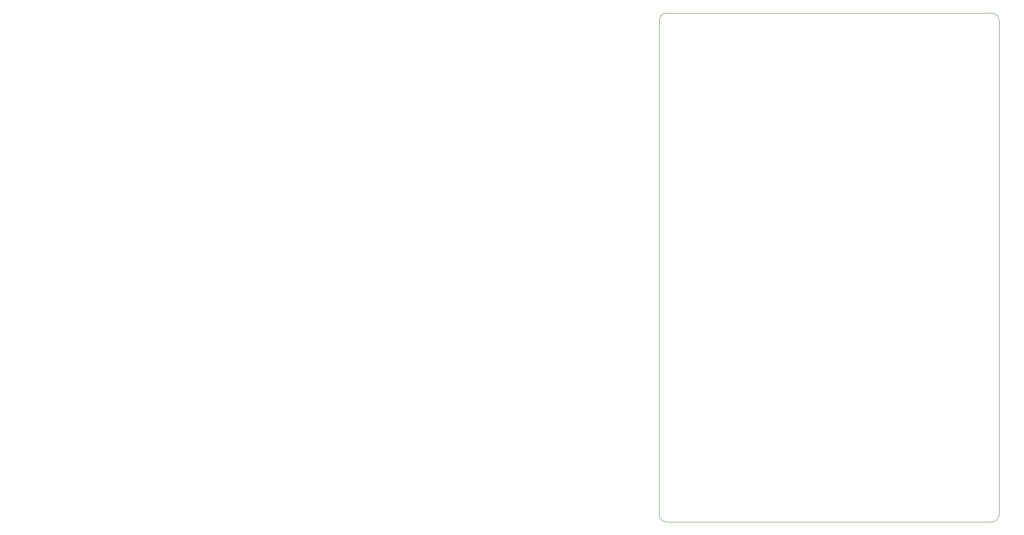
<source format=gbr>
G04 (created by PCBNEW (2013-jul-07)-stable) date Sat 01 Nov 2014 03:24:29 PM PDT*
%MOIN*%
G04 Gerber Fmt 3.4, Leading zero omitted, Abs format*
%FSLAX34Y34*%
G01*
G70*
G90*
G04 APERTURE LIST*
%ADD10C,0.00590551*%
%ADD11C,0.00393701*%
G04 APERTURE END LIST*
G54D10*
G54D11*
X67996Y-17232D02*
X67996Y-17106D01*
X67996Y-31590D02*
X67996Y-17188D01*
X93996Y-31692D02*
X93996Y-17125D01*
X68590Y-55502D02*
X68590Y-55501D01*
X93401Y-55502D02*
X68590Y-55502D01*
X94000Y-31604D02*
X94000Y-54914D01*
X67997Y-31599D02*
X67997Y-54918D01*
X93397Y-16526D02*
X68564Y-16526D01*
X67998Y-54902D02*
G75*
G03X68598Y-55502I600J0D01*
G74*
G01*
X68597Y-16521D02*
G75*
G03X67997Y-17121I0J-600D01*
G74*
G01*
X93402Y-55502D02*
G75*
G03X94002Y-54902I0J600D01*
G74*
G01*
X93997Y-17123D02*
G75*
G03X93397Y-16523I-600J0D01*
G74*
G01*
X19480Y-48160D02*
G75*
G03X19480Y-48160I0J0D01*
G74*
G01*
X19479Y-48160D02*
X19480Y-48160D01*
X19480Y-48159D02*
X19480Y-48160D01*
M02*

</source>
